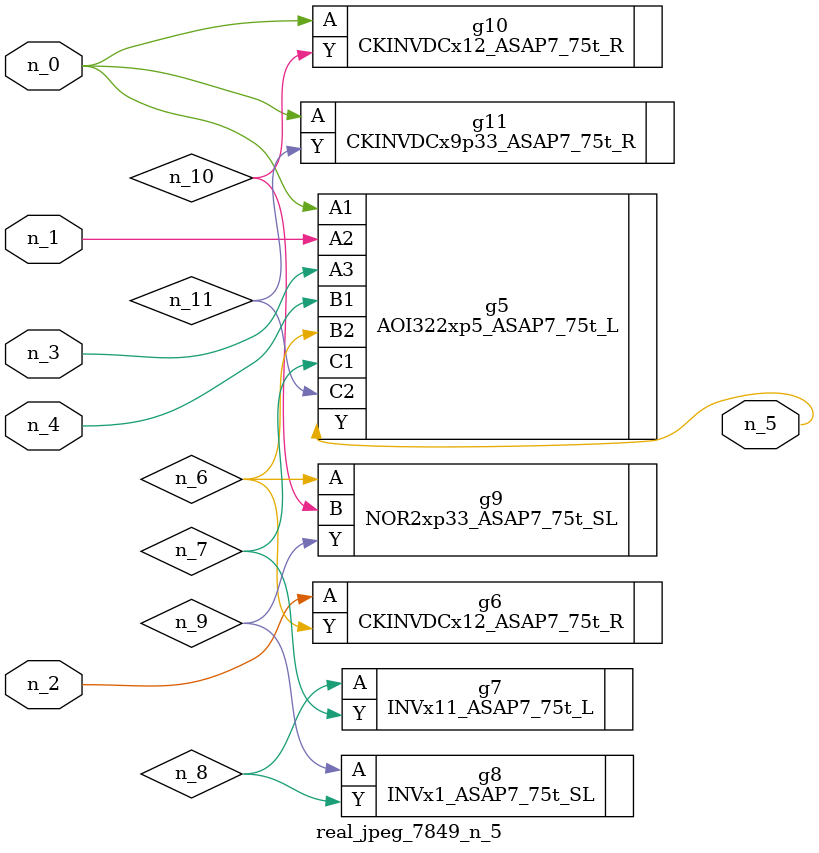
<source format=v>
module real_jpeg_7849_n_5 (n_4, n_0, n_1, n_2, n_3, n_5);

input n_4;
input n_0;
input n_1;
input n_2;
input n_3;

output n_5;

wire n_8;
wire n_11;
wire n_6;
wire n_7;
wire n_10;
wire n_9;

AOI322xp5_ASAP7_75t_L g5 ( 
.A1(n_0),
.A2(n_1),
.A3(n_3),
.B1(n_4),
.B2(n_6),
.C1(n_7),
.C2(n_11),
.Y(n_5)
);

CKINVDCx12_ASAP7_75t_R g10 ( 
.A(n_0),
.Y(n_10)
);

CKINVDCx9p33_ASAP7_75t_R g11 ( 
.A(n_0),
.Y(n_11)
);

CKINVDCx12_ASAP7_75t_R g6 ( 
.A(n_2),
.Y(n_6)
);

NOR2xp33_ASAP7_75t_SL g9 ( 
.A(n_6),
.B(n_10),
.Y(n_9)
);

INVx11_ASAP7_75t_L g7 ( 
.A(n_8),
.Y(n_7)
);

INVx1_ASAP7_75t_SL g8 ( 
.A(n_9),
.Y(n_8)
);


endmodule
</source>
